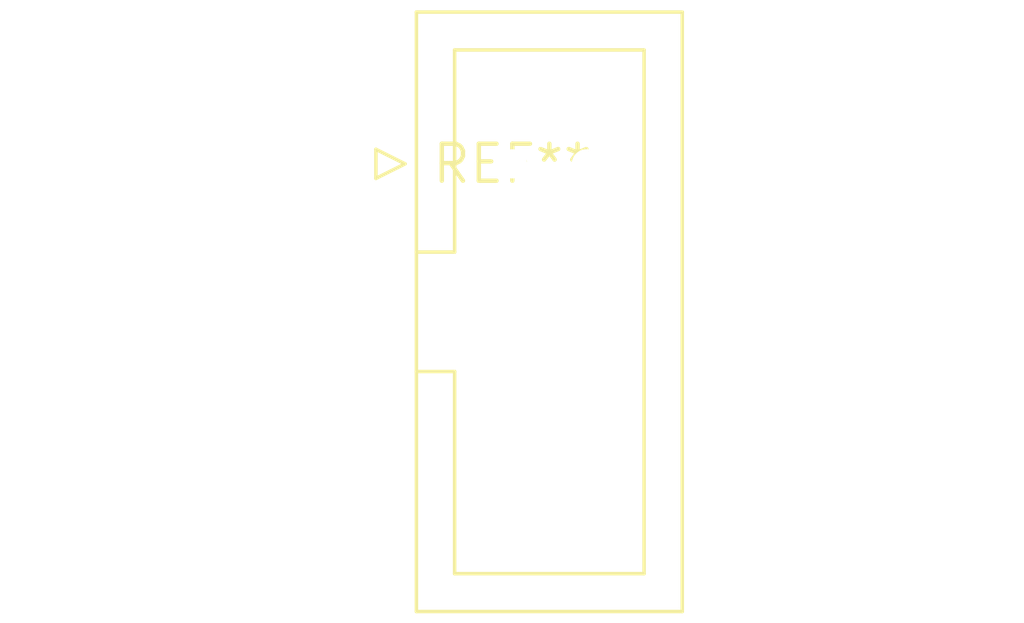
<source format=kicad_pcb>
(kicad_pcb (version 20240108) (generator pcbnew)
  (layers (0 "F.Cu" signal) (31 "B.Cu" signal) (34 "B.Paste" user) (35 "F.Paste" user) (36 "B.SilkS" user "B.Silkscreen") (37 "F.SilkS" user "F.Silkscreen") (38 "B.Mask" user) (39 "F.Mask" user) (44 "Edge.Cuts" user))
  (net 0 "")
  (footprint "IDC-Header_2x05_P2.54mm_Vertical" (layer "F.Cu") (at 0 0)
    (property "Reference" "REF**")
    (property "Value" "IDC-Header_2x05_P2.54mm_Vertical")
    (fp_line (start -4.68 -0.5) (end -4.68 0.5) (layer "F.SilkS") (stroke (width 0.12)))
    (fp_line (start -4.68 0.5) (end -3.68 0) (layer "F.SilkS") (stroke (width 0.12)))
    (fp_line (start -3.68 0) (end -4.68 -0.5) (layer "F.SilkS") (stroke (width 0.12)))
    (fp_line (start -3.29 -5.21) (end 5.83 -5.21) (layer "F.SilkS") (stroke (width 0.12)))
    (fp_line (start -3.29 3.03) (end -1.98 3.03) (layer "F.SilkS") (stroke (width 0.12)))
    (fp_line (start -3.29 15.37) (end -3.29 -5.21) (layer "F.SilkS") (stroke (width 0.12)))
    (fp_line (start -1.98 -3.91) (end 4.52 -3.91) (layer "F.SilkS") (stroke (width 0.12)))
    (fp_line (start -1.98 3.03) (end -1.98 -3.91) (layer "F.SilkS") (stroke (width 0.12)))
    (fp_line (start -1.98 7.13) (end -3.29 7.13) (layer "F.SilkS") (stroke (width 0.12)))
    (fp_line (start -1.98 7.13) (end -1.98 7.13) (layer "F.SilkS") (stroke (width 0.12)))
    (fp_line (start -1.98 14.07) (end -1.98 7.13) (layer "F.SilkS") (stroke (width 0.12)))
    (fp_line (start 4.52 -3.91) (end 4.52 14.07) (layer "F.SilkS") (stroke (width 0.12)))
    (fp_line (start 4.52 14.07) (end -1.98 14.07) (layer "F.SilkS") (stroke (width 0.12)))
    (fp_line (start 5.83 -5.21) (end 5.83 15.37) (layer "F.SilkS") (stroke (width 0.12)))
    (fp_line (start 5.83 15.37) (end -3.29 15.37) (layer "F.SilkS") (stroke (width 0.12)))
    (pad "1" thru_hole roundrect (at 0 0) (size 1.7 1.7) (drill 1) (layers *.Cu *.Mask) (remove_unused_layers) (roundrect_rratio 0.147059))
    (pad "2" thru_hole circle (at 2.54 0) (size 1.7 1.7) (drill 1) (layers *.Cu *.Mask) (remove_unused_layers))
    (pad "3" thru_hole circle (at 0 2.54) (size 1.7 1.7) (drill 1) (layers *.Cu *.Mask) (remove_unused_layers))
    (pad "4" thru_hole circle (at 2.54 2.54) (size 1.7 1.7) (drill 1) (layers *.Cu *.Mask) (remove_unused_layers))
    (pad "5" thru_hole circle (at 0 5.08) (size 1.7 1.7) (drill 1) (layers *.Cu *.Mask) (remove_unused_layers))
    (pad "6" thru_hole circle (at 2.54 5.08) (size 1.7 1.7) (drill 1) (layers *.Cu *.Mask) (remove_unused_layers))
    (pad "7" thru_hole circle (at 0 7.62) (size 1.7 1.7) (drill 1) (layers *.Cu *.Mask) (remove_unused_layers))
    (pad "8" thru_hole circle (at 2.54 7.62) (size 1.7 1.7) (drill 1) (layers *.Cu *.Mask) (remove_unused_layers))
    (pad "9" thru_hole circle (at 0 10.16) (size 1.7 1.7) (drill 1) (layers *.Cu *.Mask) (remove_unused_layers))
    (pad "10" thru_hole circle (at 2.54 10.16) (size 1.7 1.7) (drill 1) (layers *.Cu *.Mask) (remove_unused_layers))
  )
)
</source>
